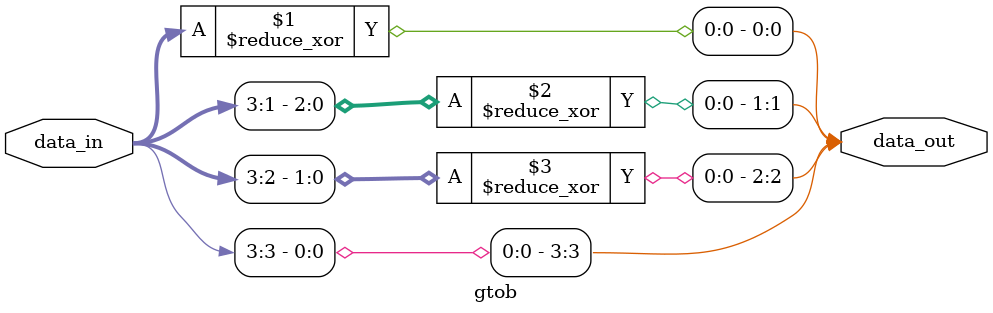
<source format=v>
module gtob #(parameter N = 4)(input [N-1:0] data_in, output  [N-1:0] data_out);
genvar i; 
generate
for(i =0; i<N; i=i+1)begin :bg
assign data_out[i] = ^data_in [N-1:i];
end
endgenerate
endmodule  

</source>
